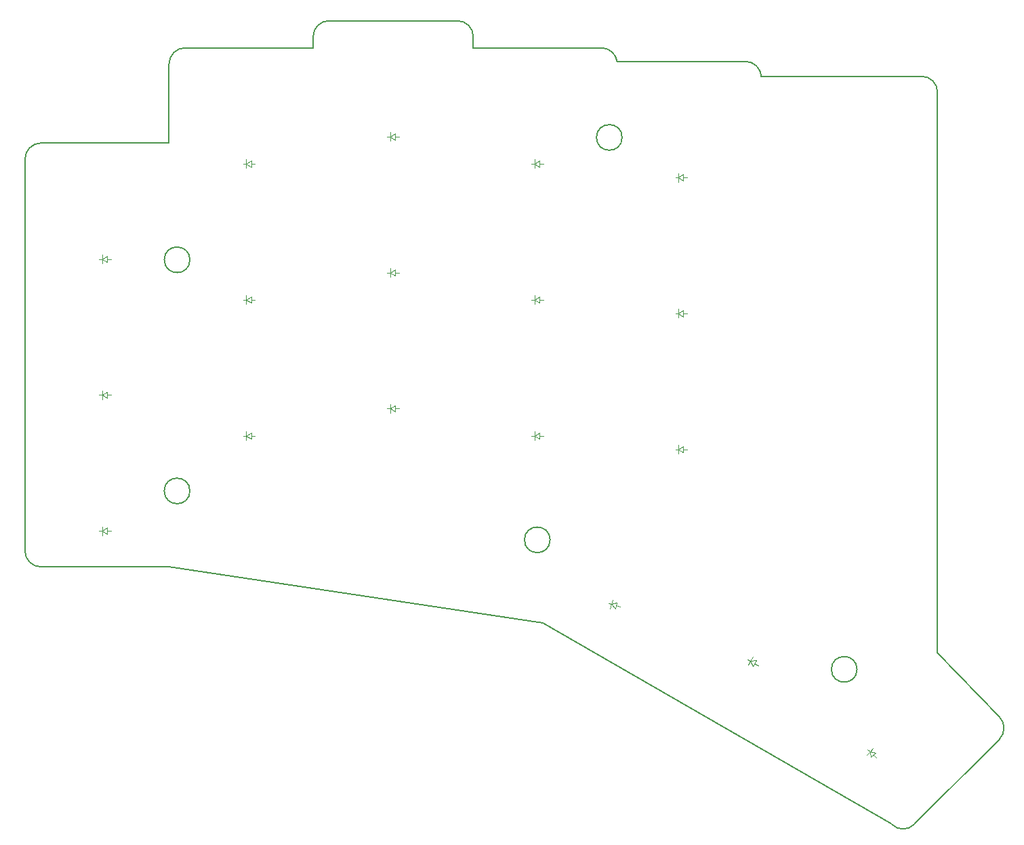
<source format=gbr>
G04 #@! TF.GenerationSoftware,KiCad,Pcbnew,5.1.5+dfsg1-2build2*
G04 #@! TF.CreationDate,2021-09-10T19:33:11+00:00*
G04 #@! TF.ProjectId,main-routed,6d61696e-2d72-46f7-9574-65642e6b6963,VERSION_HERE*
G04 #@! TF.SameCoordinates,Original*
G04 #@! TF.FileFunction,Legend,Bot*
G04 #@! TF.FilePolarity,Positive*
%FSLAX46Y46*%
G04 Gerber Fmt 4.6, Leading zero omitted, Abs format (unit mm)*
G04 Created by KiCad (PCBNEW 5.1.5+dfsg1-2build2) date 2021-09-10 19:33:11*
%MOMM*%
%LPD*%
G04 APERTURE LIST*
G04 #@! TA.AperFunction,Profile*
%ADD10C,0.150000*%
G04 #@! TD*
%ADD11C,0.100000*%
G04 APERTURE END LIST*
D10*
X10000000Y-9500000D02*
X26000000Y-9500000D01*
X8000000Y-7500000D02*
X8000000Y41500000D01*
X10000000Y-9500000D02*
G75*
G02X8000000Y-7500000I0J2000000D01*
G01*
X26000000Y43500000D02*
X10000000Y43500000D01*
X8000000Y41500000D02*
G75*
G02X10000000Y43500000I2000000J0D01*
G01*
X44000000Y55400000D02*
X28000000Y55400000D01*
X26000000Y53400000D02*
G75*
G02X28000000Y55400000I2000000J0D01*
G01*
X26000000Y53400000D02*
X26000000Y43500000D01*
X64000000Y55400000D02*
X64000000Y56800000D01*
X62000000Y58800000D02*
G75*
G02X64000000Y56800000I0J-2000000D01*
G01*
X62000000Y58800000D02*
X46000000Y58800000D01*
X44000000Y56800000D02*
G75*
G02X46000000Y58800000I2000000J0D01*
G01*
X44000000Y56800000D02*
X44000000Y55400000D01*
X80000000Y55400000D02*
G75*
G02X81977391Y53699872I0J-2000000D01*
G01*
X80000000Y55400000D02*
X64000000Y55400000D01*
X98000000Y53700000D02*
G75*
G02X99994367Y51850000I0J-2000000D01*
G01*
X98000000Y53700000D02*
X82000000Y53700000D01*
X81977391Y53699872D02*
G75*
G02X82000000Y53700000I22609J-1999872D01*
G01*
X119117258Y-41686664D02*
G75*
G02X116288831Y-41686665I-1414214J1414213D01*
G01*
X119117258Y-41686665D02*
X129723860Y-31080063D01*
X129723859Y-28251636D02*
G75*
G02X129723860Y-31080063I-1414213J-1414214D01*
G01*
X122000000Y-20208734D02*
X129723860Y-28251636D01*
X116288831Y-41686665D02*
X72707107Y-16524745D01*
X72707107Y-16524745D02*
X26000000Y-9500000D01*
X122000000Y-20208734D02*
X122000000Y49850000D01*
X120000000Y51850000D02*
G75*
G02X122000000Y49850000I0J-2000000D01*
G01*
X120000000Y51850000D02*
X99994367Y51850000D01*
X28600000Y28900000D02*
G75*
G03X28600000Y28900000I-1600000J0D01*
G01*
X28600000Y0D02*
G75*
G03X28600000Y0I-1600000J0D01*
G01*
X82600000Y44200000D02*
G75*
G03X82600000Y44200000I-1600000J0D01*
G01*
X73600000Y-6120000D02*
G75*
G03X73600000Y-6120000I-1600000J0D01*
G01*
X111949134Y-22311939D02*
G75*
G03X111949134Y-22311939I-1600000J0D01*
G01*
D11*
G04 #@! TO.C,D1*
X18250000Y-5000000D02*
X18750000Y-5000000D01*
X18250000Y-5400000D02*
X17650000Y-5000000D01*
X18250000Y-4600000D02*
X18250000Y-5400000D01*
X17650000Y-5000000D02*
X18250000Y-4600000D01*
X17650000Y-5000000D02*
X17650000Y-5550000D01*
X17650000Y-5000000D02*
X17650000Y-4450000D01*
X17250000Y-5000000D02*
X17650000Y-5000000D01*
G04 #@! TO.C,D2*
X18250000Y12000000D02*
X18750000Y12000000D01*
X18250000Y11600000D02*
X17650000Y12000000D01*
X18250000Y12400000D02*
X18250000Y11600000D01*
X17650000Y12000000D02*
X18250000Y12400000D01*
X17650000Y12000000D02*
X17650000Y11450000D01*
X17650000Y12000000D02*
X17650000Y12550000D01*
X17250000Y12000000D02*
X17650000Y12000000D01*
G04 #@! TO.C,D3*
X18250000Y29000000D02*
X18750000Y29000000D01*
X18250000Y28600000D02*
X17650000Y29000000D01*
X18250000Y29400000D02*
X18250000Y28600000D01*
X17650000Y29000000D02*
X18250000Y29400000D01*
X17650000Y29000000D02*
X17650000Y28450000D01*
X17650000Y29000000D02*
X17650000Y29550000D01*
X17250000Y29000000D02*
X17650000Y29000000D01*
G04 #@! TO.C,D4*
X36250000Y6900000D02*
X36750000Y6900000D01*
X36250000Y6500000D02*
X35650000Y6900000D01*
X36250000Y7300000D02*
X36250000Y6500000D01*
X35650000Y6900000D02*
X36250000Y7300000D01*
X35650000Y6900000D02*
X35650000Y6350000D01*
X35650000Y6900000D02*
X35650000Y7450000D01*
X35250000Y6900000D02*
X35650000Y6900000D01*
G04 #@! TO.C,D5*
X36250000Y23900000D02*
X36750000Y23900000D01*
X36250000Y23500000D02*
X35650000Y23900000D01*
X36250000Y24300000D02*
X36250000Y23500000D01*
X35650000Y23900000D02*
X36250000Y24300000D01*
X35650000Y23900000D02*
X35650000Y23350000D01*
X35650000Y23900000D02*
X35650000Y24450000D01*
X35250000Y23900000D02*
X35650000Y23900000D01*
G04 #@! TO.C,D6*
X36250000Y40900000D02*
X36750000Y40900000D01*
X36250000Y40500000D02*
X35650000Y40900000D01*
X36250000Y41300000D02*
X36250000Y40500000D01*
X35650000Y40900000D02*
X36250000Y41300000D01*
X35650000Y40900000D02*
X35650000Y40350000D01*
X35650000Y40900000D02*
X35650000Y41450000D01*
X35250000Y40900000D02*
X35650000Y40900000D01*
G04 #@! TO.C,D7*
X54250000Y10300000D02*
X54750000Y10300000D01*
X54250000Y9900000D02*
X53650000Y10300000D01*
X54250000Y10700000D02*
X54250000Y9900000D01*
X53650000Y10300000D02*
X54250000Y10700000D01*
X53650000Y10300000D02*
X53650000Y9750000D01*
X53650000Y10300000D02*
X53650000Y10850000D01*
X53250000Y10300000D02*
X53650000Y10300000D01*
G04 #@! TO.C,D8*
X54250000Y27300000D02*
X54750000Y27300000D01*
X54250000Y26900000D02*
X53650000Y27300000D01*
X54250000Y27700000D02*
X54250000Y26900000D01*
X53650000Y27300000D02*
X54250000Y27700000D01*
X53650000Y27300000D02*
X53650000Y26750000D01*
X53650000Y27300000D02*
X53650000Y27850000D01*
X53250000Y27300000D02*
X53650000Y27300000D01*
G04 #@! TO.C,D9*
X54250000Y44300000D02*
X54750000Y44300000D01*
X54250000Y43900000D02*
X53650000Y44300000D01*
X54250000Y44700000D02*
X54250000Y43900000D01*
X53650000Y44300000D02*
X54250000Y44700000D01*
X53650000Y44300000D02*
X53650000Y43750000D01*
X53650000Y44300000D02*
X53650000Y44850000D01*
X53250000Y44300000D02*
X53650000Y44300000D01*
G04 #@! TO.C,D10*
X72250000Y6900000D02*
X72750000Y6900000D01*
X72250000Y6500000D02*
X71650000Y6900000D01*
X72250000Y7300000D02*
X72250000Y6500000D01*
X71650000Y6900000D02*
X72250000Y7300000D01*
X71650000Y6900000D02*
X71650000Y6350000D01*
X71650000Y6900000D02*
X71650000Y7450000D01*
X71250000Y6900000D02*
X71650000Y6900000D01*
G04 #@! TO.C,D11*
X72250000Y23900000D02*
X72750000Y23900000D01*
X72250000Y23500000D02*
X71650000Y23900000D01*
X72250000Y24300000D02*
X72250000Y23500000D01*
X71650000Y23900000D02*
X72250000Y24300000D01*
X71650000Y23900000D02*
X71650000Y23350000D01*
X71650000Y23900000D02*
X71650000Y24450000D01*
X71250000Y23900000D02*
X71650000Y23900000D01*
G04 #@! TO.C,D12*
X72250000Y40900000D02*
X72750000Y40900000D01*
X72250000Y40500000D02*
X71650000Y40900000D01*
X72250000Y41300000D02*
X72250000Y40500000D01*
X71650000Y40900000D02*
X72250000Y41300000D01*
X71650000Y40900000D02*
X71650000Y40350000D01*
X71650000Y40900000D02*
X71650000Y41450000D01*
X71250000Y40900000D02*
X71650000Y40900000D01*
G04 #@! TO.C,D13*
X90250000Y5200000D02*
X90750000Y5200000D01*
X90250000Y4800000D02*
X89650000Y5200000D01*
X90250000Y5600000D02*
X90250000Y4800000D01*
X89650000Y5200000D02*
X90250000Y5600000D01*
X89650000Y5200000D02*
X89650000Y4650000D01*
X89650000Y5200000D02*
X89650000Y5750000D01*
X89250000Y5200000D02*
X89650000Y5200000D01*
G04 #@! TO.C,D14*
X90250000Y22200000D02*
X90750000Y22200000D01*
X90250000Y21800000D02*
X89650000Y22200000D01*
X90250000Y22600000D02*
X90250000Y21800000D01*
X89650000Y22200000D02*
X90250000Y22600000D01*
X89650000Y22200000D02*
X89650000Y21650000D01*
X89650000Y22200000D02*
X89650000Y22750000D01*
X89250000Y22200000D02*
X89650000Y22200000D01*
G04 #@! TO.C,D15*
X90250000Y39200000D02*
X90750000Y39200000D01*
X90250000Y38800000D02*
X89650000Y39200000D01*
X90250000Y39600000D02*
X90250000Y38800000D01*
X89650000Y39200000D02*
X90250000Y39600000D01*
X89650000Y39200000D02*
X89650000Y38650000D01*
X89650000Y39200000D02*
X89650000Y39750000D01*
X89250000Y39200000D02*
X89650000Y39200000D01*
G04 #@! TO.C,D16*
X81840681Y-14313305D02*
X82323644Y-14442714D01*
X81737154Y-14699675D02*
X81261126Y-14158013D01*
X81944209Y-13926934D02*
X81737154Y-14699675D01*
X81261126Y-14158013D02*
X81944209Y-13926934D01*
X81261126Y-14158013D02*
X81118775Y-14689273D01*
X81261126Y-14158013D02*
X81403476Y-13626754D01*
X80874756Y-14054486D02*
X81261126Y-14158013D01*
G04 #@! TO.C,D17*
X99147406Y-21552700D02*
X99580419Y-21802700D01*
X98947406Y-21899110D02*
X98627791Y-21252700D01*
X99347406Y-21206290D02*
X98947406Y-21899110D01*
X98627791Y-21252700D02*
X99347406Y-21206290D01*
X98627791Y-21252700D02*
X98352791Y-21729014D01*
X98627791Y-21252700D02*
X98902791Y-20776386D01*
X98281381Y-21052700D02*
X98627791Y-21252700D01*
G04 #@! TO.C,D18*
X113990777Y-33024577D02*
X114344330Y-33378130D01*
X113707934Y-33307419D02*
X113566513Y-32600313D01*
X114273619Y-32741734D02*
X113707934Y-33307419D01*
X113566513Y-32600313D02*
X114273619Y-32741734D01*
X113566513Y-32600313D02*
X113177604Y-32989221D01*
X113566513Y-32600313D02*
X113955421Y-32211404D01*
X113283670Y-32317470D02*
X113566513Y-32600313D01*
G04 #@! TD*
M02*

</source>
